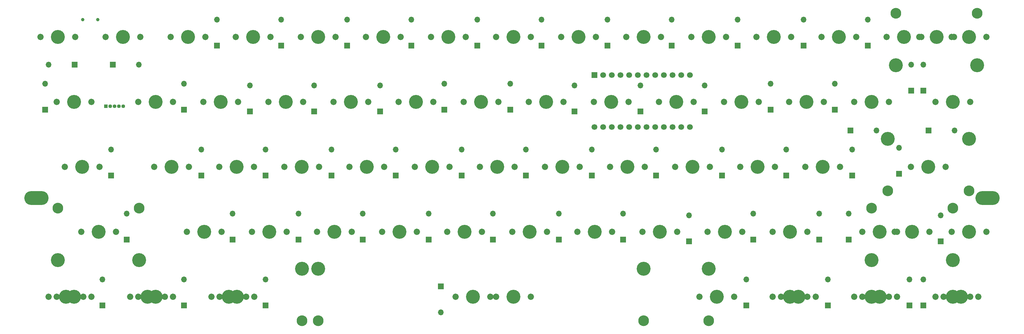
<source format=gts>
G04 #@! TF.GenerationSoftware,KiCad,Pcbnew,(5.1.6)-1*
G04 #@! TF.CreationDate,2021-05-30T03:28:52+07:00*
G04 #@! TF.ProjectId,LK60 v2,4c4b3630-2076-4322-9e6b-696361645f70,rev?*
G04 #@! TF.SameCoordinates,Original*
G04 #@! TF.FileFunction,Soldermask,Top*
G04 #@! TF.FilePolarity,Negative*
%FSLAX46Y46*%
G04 Gerber Fmt 4.6, Leading zero omitted, Abs format (unit mm)*
G04 Created by KiCad (PCBNEW (5.1.6)-1) date 2021-05-30 03:28:52*
%MOMM*%
%LPD*%
G01*
G04 APERTURE LIST*
%ADD10O,7.100000X4.100000*%
%ADD11O,1.100000X1.100000*%
%ADD12R,1.100000X1.100000*%
%ADD13C,1.000000*%
%ADD14C,1.700000*%
%ADD15R,1.700000X1.700000*%
%ADD16C,4.087800*%
%ADD17C,1.850000*%
%ADD18C,3.148000*%
%ADD19O,1.700000X1.700000*%
G04 APERTURE END LIST*
D10*
G04 #@! TO.C,REF\u002A\u002A*
X284480000Y45212000D03*
G04 #@! TD*
G04 #@! TO.C,REF\u002A\u002A*
X6096000Y45212000D03*
G04 #@! TD*
D11*
G04 #@! TO.C,Pin_header1*
X31496000Y72136000D03*
X30226000Y72136000D03*
X28956000Y72136000D03*
X27686000Y72136000D03*
D12*
X26416000Y72136000D03*
G04 #@! TD*
D13*
G04 #@! TO.C,J1*
X24044000Y97536000D03*
X19644000Y97536000D03*
G04 #@! TD*
D14*
G04 #@! TO.C,U1*
X169418000Y66040000D03*
X171958000Y66040000D03*
X174498000Y66040000D03*
X177038000Y66040000D03*
X179578000Y66040000D03*
X182118000Y66040000D03*
X184658000Y66040000D03*
X187198000Y66040000D03*
X189738000Y66040000D03*
X192278000Y66040000D03*
X194818000Y66040000D03*
X197358000Y66040000D03*
X197358000Y81280000D03*
X194818000Y81280000D03*
X192278000Y81280000D03*
X189738000Y81280000D03*
X187198000Y81280000D03*
X184658000Y81280000D03*
X182118000Y81280000D03*
X179578000Y81280000D03*
X177038000Y81280000D03*
X174498000Y81280000D03*
X171958000Y81280000D03*
D15*
X169418000Y81280000D03*
G04 #@! TD*
D16*
G04 #@! TO.C,KeyMod2*
X252859000Y16256000D03*
D17*
X247779000Y16256000D03*
X257939000Y16256000D03*
G04 #@! TD*
D16*
G04 #@! TO.C,KeyMod1*
X279051000Y35307000D03*
D17*
X273971000Y35307000D03*
X284131000Y35307000D03*
G04 #@! TD*
D16*
G04 #@! TO.C,KeyZ1*
X55212000Y35307000D03*
D17*
X50132000Y35307000D03*
X60292000Y35307000D03*
G04 #@! TD*
D16*
G04 #@! TO.C,KeyY1*
X136175000Y73408000D03*
D17*
X131095000Y73408000D03*
X141255000Y73408000D03*
G04 #@! TD*
D16*
G04 #@! TO.C,KeyX1*
X74262000Y35307000D03*
D17*
X69182000Y35307000D03*
X79342000Y35307000D03*
G04 #@! TD*
D16*
G04 #@! TO.C,KeyWin1U1*
X40924000Y16256000D03*
D17*
X35844000Y16256000D03*
X46004000Y16256000D03*
G04 #@! TD*
D16*
G04 #@! TO.C,KeyWin1*
X38546000Y16256000D03*
D17*
X33466000Y16256000D03*
X43626000Y16256000D03*
G04 #@! TD*
D16*
G04 #@! TO.C,KeyWave1*
X260000000Y92456000D03*
D17*
X254920000Y92456000D03*
X265080000Y92456000D03*
G04 #@! TD*
D16*
G04 #@! TO.C,KeyW1*
X59975000Y73408000D03*
D17*
X54895000Y73408000D03*
X65055000Y73408000D03*
G04 #@! TD*
D16*
G04 #@! TO.C,KeyV1*
X112362000Y35307000D03*
D17*
X107282000Y35307000D03*
X117442000Y35307000D03*
G04 #@! TD*
D16*
G04 #@! TO.C,KeyU1*
X155225000Y73408000D03*
D17*
X150145000Y73408000D03*
X160305000Y73408000D03*
G04 #@! TD*
D16*
G04 #@! TO.C,KeyTitikdua1*
X217128000Y54356000D03*
D17*
X212048000Y54356000D03*
X222208000Y54356000D03*
G04 #@! TD*
D16*
G04 #@! TO.C,KeyTitik1*
X207613000Y35307000D03*
D17*
X202533000Y35307000D03*
X212693000Y35307000D03*
G04 #@! TD*
D16*
G04 #@! TO.C,KeyTanya1*
X226663000Y35307000D03*
D17*
X221583000Y35307000D03*
X231743000Y35307000D03*
G04 #@! TD*
D16*
G04 #@! TO.C,KeyTab1*
X17112000Y73408000D03*
D17*
X12032000Y73408000D03*
X22192000Y73408000D03*
G04 #@! TD*
D16*
G04 #@! TO.C,KeyT1*
X117125000Y73408000D03*
D17*
X112045000Y73408000D03*
X122205000Y73408000D03*
G04 #@! TD*
D16*
G04 #@! TO.C,KeySpace7U1*
X145700000Y16256000D03*
D17*
X140620000Y16256000D03*
X150780000Y16256000D03*
D18*
X88550000Y9271000D03*
X202850000Y9271000D03*
D16*
X88550000Y24511000D03*
X202850000Y24511000D03*
G04 #@! TD*
G04 #@! TO.C,KeySpace6.25*
X133796000Y16256000D03*
D17*
X128716000Y16256000D03*
X138876000Y16256000D03*
D18*
X83796100Y9271000D03*
X183795900Y9271000D03*
D16*
X83796100Y24511000D03*
X183795900Y24511000D03*
G04 #@! TD*
G04 #@! TO.C,KeyS1*
X64696000Y54356000D03*
D17*
X59616000Y54356000D03*
X69776000Y54356000D03*
G04 #@! TD*
D16*
G04 #@! TO.C,KeyRShift2.75U1*
X262382000Y35307000D03*
D17*
X257302000Y35307000D03*
X267462000Y35307000D03*
D18*
X250475750Y42292000D03*
X274288250Y42292000D03*
D16*
X250475750Y27052000D03*
X274288250Y27052000D03*
G04 #@! TD*
G04 #@! TO.C,KeyRShift1*
X252857000Y35307000D03*
D17*
X247777000Y35307000D03*
X257937000Y35307000D03*
G04 #@! TD*
D16*
G04 #@! TO.C,KeyRCtrl1.5U1*
X274290000Y16256000D03*
D17*
X269210000Y16256000D03*
X279370000Y16256000D03*
G04 #@! TD*
D16*
G04 #@! TO.C,KeyRCtrl1*
X276671000Y16256000D03*
D17*
X271591000Y16256000D03*
X281751000Y16256000D03*
G04 #@! TD*
D16*
G04 #@! TO.C,KeyRAlt1.5U1*
X226661000Y16256000D03*
D17*
X221581000Y16256000D03*
X231741000Y16256000D03*
G04 #@! TD*
D16*
G04 #@! TO.C,KeyRAlt1*
X205232000Y16256000D03*
D17*
X200152000Y16256000D03*
X210312000Y16256000D03*
G04 #@! TD*
D16*
G04 #@! TO.C,KeyR]1*
X250480000Y73408000D03*
D17*
X245400000Y73408000D03*
X255560000Y73408000D03*
G04 #@! TD*
D16*
G04 #@! TO.C,KeyR1*
X98075000Y73408000D03*
D17*
X92995000Y73408000D03*
X103155000Y73408000D03*
G04 #@! TD*
D16*
G04 #@! TO.C,KeyQ1*
X40925000Y73408000D03*
D17*
X35845000Y73408000D03*
X46005000Y73408000D03*
G04 #@! TD*
D16*
G04 #@! TO.C,KeyPlus1*
X240950000Y92456000D03*
D17*
X235870000Y92456000D03*
X246030000Y92456000D03*
G04 #@! TD*
D16*
G04 #@! TO.C,KeyPetik1*
X236182000Y54356000D03*
D17*
X231102000Y54356000D03*
X241262000Y54356000D03*
G04 #@! TD*
D16*
G04 #@! TO.C,KeyP1*
X212379000Y73408000D03*
D17*
X207299000Y73408000D03*
X217459000Y73408000D03*
G04 #@! TD*
D16*
G04 #@! TO.C,KeyO1*
X193329000Y73408000D03*
D17*
X188249000Y73408000D03*
X198409000Y73408000D03*
G04 #@! TD*
D16*
G04 #@! TO.C,KeyNo9*
X183800000Y92456000D03*
D17*
X178720000Y92456000D03*
X188880000Y92456000D03*
G04 #@! TD*
D16*
G04 #@! TO.C,KeyNo8*
X164750000Y92456000D03*
D17*
X159670000Y92456000D03*
X169830000Y92456000D03*
G04 #@! TD*
D16*
G04 #@! TO.C,KeyNo7*
X145700000Y92456000D03*
D17*
X140620000Y92456000D03*
X150780000Y92456000D03*
G04 #@! TD*
D16*
G04 #@! TO.C,KeyNo6*
X126650000Y92456000D03*
D17*
X121570000Y92456000D03*
X131730000Y92456000D03*
G04 #@! TD*
D16*
G04 #@! TO.C,KeyNo5*
X107600000Y92456000D03*
D17*
X102520000Y92456000D03*
X112680000Y92456000D03*
G04 #@! TD*
D16*
G04 #@! TO.C,KeyNo4*
X88550000Y92456000D03*
D17*
X83470000Y92456000D03*
X93630000Y92456000D03*
G04 #@! TD*
D16*
G04 #@! TO.C,KeyNo3*
X69500000Y92456000D03*
D17*
X64420000Y92456000D03*
X74580000Y92456000D03*
G04 #@! TD*
D16*
G04 #@! TO.C,KeyNo2*
X50450000Y92456000D03*
D17*
X45370000Y92456000D03*
X55530000Y92456000D03*
G04 #@! TD*
D16*
G04 #@! TO.C,KeyNo1*
X31400000Y92456000D03*
D17*
X36480000Y92456000D03*
X26320000Y92456000D03*
G04 #@! TD*
D16*
G04 #@! TO.C,KeyNo0*
X202850000Y92456000D03*
D17*
X197770000Y92456000D03*
X207930000Y92456000D03*
G04 #@! TD*
D16*
G04 #@! TO.C,KeyN1*
X150463000Y35307000D03*
D17*
X145383000Y35307000D03*
X155543000Y35307000D03*
G04 #@! TD*
D16*
G04 #@! TO.C,KeyMinus1*
X221900000Y92456000D03*
D17*
X216820000Y92456000D03*
X226980000Y92456000D03*
G04 #@! TD*
D16*
G04 #@! TO.C,KeyMenu1U1*
X250476000Y16256000D03*
D17*
X245396000Y16256000D03*
X255556000Y16256000D03*
G04 #@! TD*
D16*
G04 #@! TO.C,KeyMenu1*
X229046000Y16256000D03*
D17*
X223966000Y16256000D03*
X234126000Y16256000D03*
G04 #@! TD*
D16*
G04 #@! TO.C,KeyM1*
X169513000Y35307000D03*
D17*
X164433000Y35307000D03*
X174593000Y35307000D03*
G04 #@! TD*
D16*
G04 #@! TO.C,KeyLShift1*
X24256000Y35307000D03*
D17*
X19176000Y35307000D03*
X29336000Y35307000D03*
D18*
X12349750Y42292000D03*
X36162250Y42292000D03*
D16*
X12349750Y27052000D03*
X36162250Y27052000D03*
G04 #@! TD*
G04 #@! TO.C,KeyLCtrl1.5U1*
X17112500Y16256000D03*
D17*
X12032500Y16256000D03*
X22192500Y16256000D03*
G04 #@! TD*
D16*
G04 #@! TO.C,KeyLCtrl1*
X14732000Y16256000D03*
D17*
X9652000Y16256000D03*
X19812000Y16256000D03*
G04 #@! TD*
D16*
G04 #@! TO.C,KeyLAlt1U1*
X64739000Y16256000D03*
D17*
X59659000Y16256000D03*
X69819000Y16256000D03*
G04 #@! TD*
D16*
G04 #@! TO.C,KeyLAlt1*
X62356000Y16256000D03*
D17*
X57276000Y16256000D03*
X67436000Y16256000D03*
G04 #@! TD*
D16*
G04 #@! TO.C,KeyL[1*
X231430000Y73408000D03*
D17*
X226350000Y73408000D03*
X236510000Y73408000D03*
G04 #@! TD*
D16*
G04 #@! TO.C,KeyL1*
X198074000Y54356000D03*
D17*
X192994000Y54356000D03*
X203154000Y54356000D03*
G04 #@! TD*
D16*
G04 #@! TO.C,KeyKoma1*
X188563000Y35307000D03*
D17*
X183483000Y35307000D03*
X193643000Y35307000D03*
G04 #@! TD*
D16*
G04 #@! TO.C,KeyK1*
X179020000Y54356000D03*
D17*
X173940000Y54356000D03*
X184100000Y54356000D03*
G04 #@! TD*
D16*
G04 #@! TO.C,KeyJ1*
X159966000Y54356000D03*
D17*
X154886000Y54356000D03*
X165046000Y54356000D03*
G04 #@! TD*
D16*
G04 #@! TO.C,KeyI1*
X174279000Y73408000D03*
D17*
X169199000Y73408000D03*
X179359000Y73408000D03*
G04 #@! TD*
D16*
G04 #@! TO.C,KeyH1*
X140912000Y54356000D03*
D17*
X135832000Y54356000D03*
X145992000Y54356000D03*
G04 #@! TD*
D16*
G04 #@! TO.C,KeyG1*
X121858000Y54356000D03*
D17*
X116778000Y54356000D03*
X126938000Y54356000D03*
G04 #@! TD*
D16*
G04 #@! TO.C,KeyF1*
X102804000Y54356000D03*
D17*
X97724000Y54356000D03*
X107884000Y54356000D03*
G04 #@! TD*
D16*
G04 #@! TO.C,KeyEsc1*
X12350000Y92456000D03*
D17*
X17430000Y92456000D03*
X7270000Y92456000D03*
G04 #@! TD*
D16*
G04 #@! TO.C,KeyEnter1*
X267139000Y54356000D03*
D17*
X262059000Y54356000D03*
X272219000Y54356000D03*
D18*
X255232750Y47371000D03*
X279045250Y47371000D03*
D16*
X255232750Y62611000D03*
X279045250Y62611000D03*
G04 #@! TD*
G04 #@! TO.C,KeyE1*
X79025000Y73408000D03*
D17*
X73945000Y73408000D03*
X84105000Y73408000D03*
G04 #@! TD*
D16*
G04 #@! TO.C,KeyDBackslas1*
X274293000Y73408000D03*
D17*
X269213000Y73408000D03*
X279373000Y73408000D03*
G04 #@! TD*
D16*
G04 #@! TO.C,KeyD1*
X83750000Y54356000D03*
D17*
X78670000Y54356000D03*
X88830000Y54356000D03*
G04 #@! TD*
D16*
G04 #@! TO.C,KeyCaps1*
X19493750Y54356000D03*
D17*
X14413750Y54356000D03*
X24573750Y54356000D03*
G04 #@! TD*
D16*
G04 #@! TO.C,KeyC1*
X93312000Y35307000D03*
D17*
X88232000Y35307000D03*
X98392000Y35307000D03*
G04 #@! TD*
D16*
G04 #@! TO.C,KeyBS1*
X269524000Y92456000D03*
D17*
X264444000Y92456000D03*
X274604000Y92456000D03*
D18*
X257617750Y99441000D03*
X281430250Y99441000D03*
D16*
X257617750Y84201000D03*
X281430250Y84201000D03*
G04 #@! TD*
G04 #@! TO.C,KeyBackSlash1*
X279050000Y92456000D03*
D17*
X273970000Y92456000D03*
X284130000Y92456000D03*
G04 #@! TD*
D16*
G04 #@! TO.C,KeyB1*
X131412000Y35307000D03*
D17*
X126332000Y35307000D03*
X136492000Y35307000D03*
G04 #@! TD*
D16*
G04 #@! TO.C,KeyA1*
X45645000Y54356000D03*
D17*
X40565000Y54356000D03*
X50725000Y54356000D03*
G04 #@! TD*
D19*
G04 #@! TO.C,D63*
X265684000Y21336000D03*
D15*
X265684000Y13716000D03*
G04 #@! TD*
D19*
G04 #@! TO.C,D62*
X261620000Y21336000D03*
D15*
X261620000Y13716000D03*
G04 #@! TD*
D19*
G04 #@! TO.C,D61*
X237744000Y21336000D03*
D15*
X237744000Y13716000D03*
G04 #@! TD*
D19*
G04 #@! TO.C,D60*
X213868000Y21336000D03*
D15*
X213868000Y13716000D03*
G04 #@! TD*
D19*
G04 #@! TO.C,D59*
X124460000Y11684000D03*
D15*
X124460000Y19304000D03*
G04 #@! TD*
D19*
G04 #@! TO.C,D58*
X73152000Y21336000D03*
D15*
X73152000Y13716000D03*
G04 #@! TD*
D19*
G04 #@! TO.C,D57*
X49276000Y21336000D03*
D15*
X49276000Y13716000D03*
G04 #@! TD*
D19*
G04 #@! TO.C,D56*
X25400000Y21336000D03*
D15*
X25400000Y13716000D03*
G04 #@! TD*
D19*
G04 #@! TO.C,D55*
X270764000Y40132000D03*
D15*
X270764000Y32512000D03*
G04 #@! TD*
D19*
G04 #@! TO.C,D54*
X243840000Y40640000D03*
D15*
X243840000Y33020000D03*
G04 #@! TD*
D19*
G04 #@! TO.C,D53*
X235204000Y40640000D03*
D15*
X235204000Y33020000D03*
G04 #@! TD*
D19*
G04 #@! TO.C,D52*
X215900000Y40640000D03*
D15*
X215900000Y33020000D03*
G04 #@! TD*
D19*
G04 #@! TO.C,D51*
X197104000Y40132000D03*
D15*
X197104000Y32512000D03*
G04 #@! TD*
D19*
G04 #@! TO.C,D50*
X177800000Y40640000D03*
D15*
X177800000Y33020000D03*
G04 #@! TD*
D19*
G04 #@! TO.C,D49*
X159004000Y40640000D03*
D15*
X159004000Y33020000D03*
G04 #@! TD*
D19*
G04 #@! TO.C,D48*
X139700000Y40640000D03*
D15*
X139700000Y33020000D03*
G04 #@! TD*
D19*
G04 #@! TO.C,D47*
X120904000Y40640000D03*
D15*
X120904000Y33020000D03*
G04 #@! TD*
D19*
G04 #@! TO.C,D46*
X101600000Y40640000D03*
D15*
X101600000Y33020000D03*
G04 #@! TD*
D19*
G04 #@! TO.C,D45*
X82804000Y40640000D03*
D15*
X82804000Y33020000D03*
G04 #@! TD*
D19*
G04 #@! TO.C,D44*
X63500000Y40640000D03*
D15*
X63500000Y33020000D03*
G04 #@! TD*
D19*
G04 #@! TO.C,D43*
X32512000Y40640000D03*
D15*
X32512000Y33020000D03*
G04 #@! TD*
D19*
G04 #@! TO.C,D42*
X258572000Y59944000D03*
D15*
X258572000Y52324000D03*
G04 #@! TD*
D19*
G04 #@! TO.C,D41*
X244856000Y59436000D03*
D15*
X244856000Y51816000D03*
G04 #@! TD*
D19*
G04 #@! TO.C,D40*
X225552000Y59436000D03*
D15*
X225552000Y51816000D03*
G04 #@! TD*
D19*
G04 #@! TO.C,D39*
X206756000Y59436000D03*
D15*
X206756000Y51816000D03*
G04 #@! TD*
D19*
G04 #@! TO.C,D38*
X187452000Y59436000D03*
D15*
X187452000Y51816000D03*
G04 #@! TD*
D19*
G04 #@! TO.C,D37*
X168656000Y59436000D03*
D15*
X168656000Y51816000D03*
G04 #@! TD*
D19*
G04 #@! TO.C,D36*
X149352000Y59436000D03*
D15*
X149352000Y51816000D03*
G04 #@! TD*
D19*
G04 #@! TO.C,D35*
X130556000Y59436000D03*
D15*
X130556000Y51816000D03*
G04 #@! TD*
D19*
G04 #@! TO.C,D34*
X111252000Y59436000D03*
D15*
X111252000Y51816000D03*
G04 #@! TD*
D19*
G04 #@! TO.C,D33*
X92456000Y59436000D03*
D15*
X92456000Y51816000D03*
G04 #@! TD*
D19*
G04 #@! TO.C,D32*
X73152000Y59436000D03*
D15*
X73152000Y51816000D03*
G04 #@! TD*
D19*
G04 #@! TO.C,D31*
X54356000Y59436000D03*
D15*
X54356000Y51816000D03*
G04 #@! TD*
D19*
G04 #@! TO.C,D30*
X27940000Y59436000D03*
D15*
X27940000Y51816000D03*
G04 #@! TD*
D19*
G04 #@! TO.C,D29*
X274828000Y65024000D03*
D15*
X267208000Y65024000D03*
G04 #@! TD*
D19*
G04 #@! TO.C,D28*
X251968000Y65024000D03*
D15*
X244348000Y65024000D03*
G04 #@! TD*
D19*
G04 #@! TO.C,D27*
X239776000Y78740000D03*
D15*
X239776000Y71120000D03*
G04 #@! TD*
D19*
G04 #@! TO.C,D26*
X220980000Y78740000D03*
D15*
X220980000Y71120000D03*
G04 #@! TD*
D19*
G04 #@! TO.C,D25*
X201676000Y78232000D03*
D15*
X201676000Y70612000D03*
G04 #@! TD*
D19*
G04 #@! TO.C,D24*
X182880000Y78232000D03*
D15*
X182880000Y70612000D03*
G04 #@! TD*
D19*
G04 #@! TO.C,D23*
X163576000Y78232000D03*
D15*
X163576000Y70612000D03*
G04 #@! TD*
D19*
G04 #@! TO.C,D22*
X144780000Y78740000D03*
D15*
X144780000Y71120000D03*
G04 #@! TD*
D19*
G04 #@! TO.C,D21*
X125476000Y78740000D03*
D15*
X125476000Y71120000D03*
G04 #@! TD*
D19*
G04 #@! TO.C,D20*
X106680000Y78232000D03*
D15*
X106680000Y70612000D03*
G04 #@! TD*
D19*
G04 #@! TO.C,D19*
X87376000Y78232000D03*
D15*
X87376000Y70612000D03*
G04 #@! TD*
D19*
G04 #@! TO.C,D18*
X68580000Y78232000D03*
D15*
X68580000Y70612000D03*
G04 #@! TD*
D19*
G04 #@! TO.C,D17*
X49276000Y78740000D03*
D15*
X49276000Y71120000D03*
G04 #@! TD*
D19*
G04 #@! TO.C,D16*
X8636000Y78740000D03*
D15*
X8636000Y71120000D03*
G04 #@! TD*
D19*
G04 #@! TO.C,D15*
X265684000Y84328000D03*
D15*
X265684000Y76708000D03*
G04 #@! TD*
D19*
G04 #@! TO.C,D14*
X262128000Y84328000D03*
D15*
X262128000Y76708000D03*
G04 #@! TD*
D19*
G04 #@! TO.C,D13*
X249428000Y97536000D03*
D15*
X249428000Y89916000D03*
G04 #@! TD*
D19*
G04 #@! TO.C,D12*
X230632000Y97536000D03*
D15*
X230632000Y89916000D03*
G04 #@! TD*
D19*
G04 #@! TO.C,D11*
X211328000Y97536000D03*
D15*
X211328000Y89916000D03*
G04 #@! TD*
D19*
G04 #@! TO.C,D10*
X192024000Y97536000D03*
D15*
X192024000Y89916000D03*
G04 #@! TD*
D19*
G04 #@! TO.C,D9*
X173228000Y97536000D03*
D15*
X173228000Y89916000D03*
G04 #@! TD*
D19*
G04 #@! TO.C,D8*
X153924000Y97536000D03*
D15*
X153924000Y89916000D03*
G04 #@! TD*
D19*
G04 #@! TO.C,D7*
X135128000Y97536000D03*
D15*
X135128000Y89916000D03*
G04 #@! TD*
D19*
G04 #@! TO.C,D6*
X115824000Y97536000D03*
D15*
X115824000Y89916000D03*
G04 #@! TD*
D19*
G04 #@! TO.C,D5*
X97028000Y97536000D03*
D15*
X97028000Y89916000D03*
G04 #@! TD*
D19*
G04 #@! TO.C,D4*
X77724000Y97536000D03*
D15*
X77724000Y89916000D03*
G04 #@! TD*
D19*
G04 #@! TO.C,D3*
X58928000Y97536000D03*
D15*
X58928000Y89916000D03*
G04 #@! TD*
D19*
G04 #@! TO.C,D2*
X36068000Y84328000D03*
D15*
X28448000Y84328000D03*
G04 #@! TD*
D19*
G04 #@! TO.C,D1*
X9652000Y84328000D03*
D15*
X17272000Y84328000D03*
G04 #@! TD*
M02*

</source>
